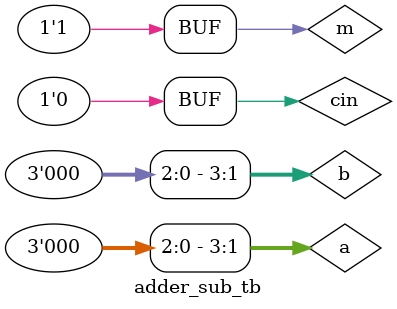
<source format=v>
`include"full_adder.v"
module adder_sub(
    input [3:0]a,b,
    input m,cin,
    output [3:0]s,
    output cout,
    output [3:0]x);
    wire z0,z1,z2;

    xor G1(x[0],b[0],~m);
    xor G2(x[1],b[1],~m);
    xor G3(x[2],b[2],~m);
    xor G4(x[3],b[3],~m);

    full_adder F1(a[0],x[0],cin,s[0],z0);
    full_adder F2(a[1],x[1],z0,s[1],z1);
    full_adder F3(a[2],x[2],z1,s[2],z2);
    full_adder F4(a[3],x[3],z2,s[3],cout);
endmodule
    
    //testbench codde

module adder_sub_tb();
    reg [3:0]a,b;
    reg m,cin;
    wire [3:0]s;
    wire cout;
    wire [3:0]x;
    adder_sub AS(a,b,m,cin,s,cout,x);
    initial 
    repeat(4)
    begin
    a=$random; b=$random; m=0; cin=1; #10;
    a=$random; b=$random; m=1;cin=0; #10;
    end
    initial
    $monitor("a=%d b=%d m=%b cin=%b s=%d cout=%d $time=%0t",a,b,m,cin,s,cout,$time);
    endmodule

</source>
